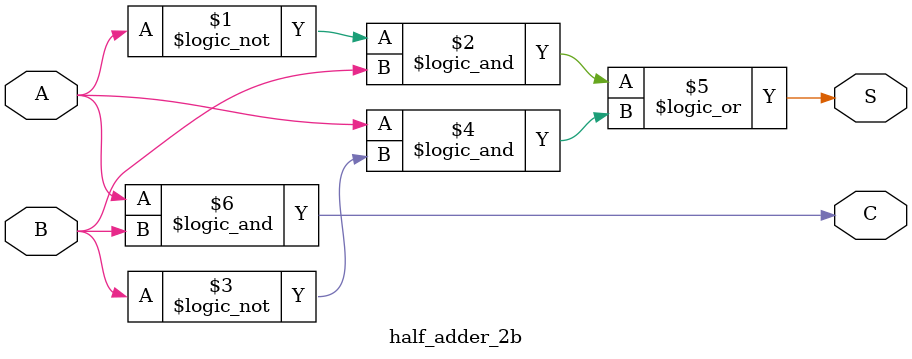
<source format=v>
`timescale 1ns / 1ps


module half_adder_2b(
    input A,
    input B,
    output S,
    output C
    );
    
    assign S = (!A&&B)||(A&&!B);
    assign C = A&&B;
    
endmodule

</source>
